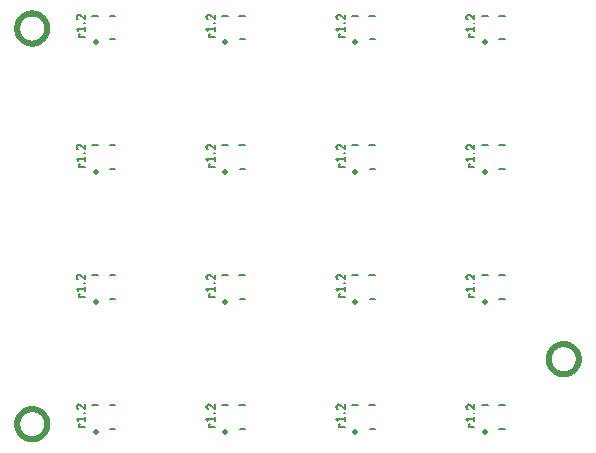
<source format=gbr>
G04 EAGLE Gerber RS-274X export*
G75*
%MOMM*%
%FSLAX34Y34*%
%LPD*%
%INSilkscreen Top*%
%IPPOS*%
%AMOC8*
5,1,8,0,0,1.08239X$1,22.5*%
G01*
%ADD10C,0.127000*%
%ADD11C,0.500000*%
%ADD12C,0.500000*%


D10*
X9413Y17729D02*
X4841Y17729D01*
X4841Y20015D01*
X5603Y20015D01*
X4079Y22650D02*
X2555Y24555D01*
X9413Y24555D01*
X9413Y22650D02*
X9413Y26460D01*
X9413Y29485D02*
X9032Y29485D01*
X9032Y29866D01*
X9413Y29866D01*
X9413Y29485D01*
X2555Y34986D02*
X2557Y35068D01*
X2563Y35149D01*
X2572Y35230D01*
X2586Y35311D01*
X2603Y35390D01*
X2624Y35469D01*
X2649Y35547D01*
X2678Y35623D01*
X2710Y35698D01*
X2746Y35772D01*
X2785Y35844D01*
X2827Y35913D01*
X2873Y35981D01*
X2922Y36046D01*
X2974Y36109D01*
X3029Y36169D01*
X3087Y36227D01*
X3147Y36282D01*
X3210Y36334D01*
X3275Y36383D01*
X3343Y36429D01*
X3412Y36471D01*
X3484Y36510D01*
X3558Y36546D01*
X3633Y36578D01*
X3709Y36607D01*
X3787Y36632D01*
X3866Y36653D01*
X3945Y36670D01*
X4026Y36684D01*
X4107Y36693D01*
X4188Y36699D01*
X4270Y36701D01*
X2555Y34986D02*
X2557Y34894D01*
X2563Y34802D01*
X2572Y34710D01*
X2586Y34618D01*
X2603Y34528D01*
X2624Y34438D01*
X2649Y34349D01*
X2678Y34261D01*
X2710Y34174D01*
X2746Y34089D01*
X2785Y34006D01*
X2828Y33924D01*
X2874Y33844D01*
X2924Y33766D01*
X2976Y33690D01*
X3032Y33617D01*
X3091Y33546D01*
X3153Y33477D01*
X3218Y33411D01*
X3285Y33348D01*
X3355Y33288D01*
X3427Y33230D01*
X3502Y33176D01*
X3579Y33125D01*
X3658Y33077D01*
X3739Y33033D01*
X3822Y32992D01*
X3906Y32954D01*
X3992Y32920D01*
X4079Y32890D01*
X5604Y36129D02*
X5545Y36188D01*
X5484Y36244D01*
X5421Y36297D01*
X5355Y36348D01*
X5287Y36395D01*
X5217Y36439D01*
X5145Y36480D01*
X5071Y36518D01*
X4996Y36552D01*
X4919Y36583D01*
X4841Y36610D01*
X4761Y36634D01*
X4681Y36655D01*
X4600Y36671D01*
X4518Y36684D01*
X4436Y36694D01*
X4353Y36699D01*
X4270Y36701D01*
X5603Y36129D02*
X9413Y32891D01*
X9413Y36701D01*
X114841Y17729D02*
X119413Y17729D01*
X114841Y17729D02*
X114841Y20015D01*
X115603Y20015D01*
X114079Y22650D02*
X112555Y24555D01*
X119413Y24555D01*
X119413Y22650D02*
X119413Y26460D01*
X119413Y29485D02*
X119032Y29485D01*
X119032Y29866D01*
X119413Y29866D01*
X119413Y29485D01*
X112555Y34986D02*
X112557Y35068D01*
X112563Y35149D01*
X112572Y35230D01*
X112586Y35311D01*
X112603Y35390D01*
X112624Y35469D01*
X112649Y35547D01*
X112678Y35623D01*
X112710Y35698D01*
X112746Y35772D01*
X112785Y35844D01*
X112827Y35913D01*
X112873Y35981D01*
X112922Y36046D01*
X112974Y36109D01*
X113029Y36169D01*
X113087Y36227D01*
X113147Y36282D01*
X113210Y36334D01*
X113275Y36383D01*
X113343Y36429D01*
X113413Y36471D01*
X113484Y36510D01*
X113558Y36546D01*
X113633Y36578D01*
X113709Y36607D01*
X113787Y36632D01*
X113866Y36653D01*
X113945Y36670D01*
X114026Y36684D01*
X114107Y36693D01*
X114188Y36699D01*
X114270Y36701D01*
X112555Y34986D02*
X112557Y34894D01*
X112563Y34802D01*
X112572Y34710D01*
X112586Y34618D01*
X112603Y34528D01*
X112624Y34438D01*
X112649Y34349D01*
X112678Y34261D01*
X112710Y34174D01*
X112746Y34089D01*
X112785Y34006D01*
X112828Y33924D01*
X112874Y33844D01*
X112924Y33766D01*
X112976Y33690D01*
X113032Y33617D01*
X113091Y33546D01*
X113153Y33477D01*
X113218Y33411D01*
X113285Y33348D01*
X113355Y33288D01*
X113427Y33230D01*
X113502Y33176D01*
X113579Y33125D01*
X113658Y33077D01*
X113739Y33033D01*
X113822Y32992D01*
X113906Y32954D01*
X113992Y32920D01*
X114079Y32890D01*
X115604Y36129D02*
X115545Y36188D01*
X115484Y36244D01*
X115421Y36297D01*
X115355Y36348D01*
X115287Y36395D01*
X115217Y36439D01*
X115145Y36480D01*
X115071Y36518D01*
X114996Y36552D01*
X114919Y36583D01*
X114841Y36610D01*
X114761Y36634D01*
X114681Y36655D01*
X114600Y36671D01*
X114518Y36684D01*
X114436Y36694D01*
X114353Y36699D01*
X114270Y36701D01*
X115603Y36129D02*
X119413Y32891D01*
X119413Y36701D01*
X224841Y17729D02*
X229413Y17729D01*
X224841Y17729D02*
X224841Y20015D01*
X225603Y20015D01*
X224079Y22650D02*
X222555Y24555D01*
X229413Y24555D01*
X229413Y22650D02*
X229413Y26460D01*
X229413Y29485D02*
X229032Y29485D01*
X229032Y29866D01*
X229413Y29866D01*
X229413Y29485D01*
X222555Y34986D02*
X222557Y35068D01*
X222563Y35149D01*
X222572Y35230D01*
X222586Y35311D01*
X222603Y35390D01*
X222624Y35469D01*
X222649Y35547D01*
X222678Y35623D01*
X222710Y35698D01*
X222746Y35772D01*
X222785Y35844D01*
X222827Y35913D01*
X222873Y35981D01*
X222922Y36046D01*
X222974Y36109D01*
X223029Y36169D01*
X223087Y36227D01*
X223147Y36282D01*
X223210Y36334D01*
X223275Y36383D01*
X223343Y36429D01*
X223413Y36471D01*
X223484Y36510D01*
X223558Y36546D01*
X223633Y36578D01*
X223709Y36607D01*
X223787Y36632D01*
X223866Y36653D01*
X223945Y36670D01*
X224026Y36684D01*
X224107Y36693D01*
X224188Y36699D01*
X224270Y36701D01*
X222555Y34986D02*
X222557Y34894D01*
X222563Y34802D01*
X222572Y34710D01*
X222586Y34618D01*
X222603Y34528D01*
X222624Y34438D01*
X222649Y34349D01*
X222678Y34261D01*
X222710Y34174D01*
X222746Y34089D01*
X222785Y34006D01*
X222828Y33924D01*
X222874Y33844D01*
X222924Y33766D01*
X222976Y33690D01*
X223032Y33617D01*
X223091Y33546D01*
X223153Y33477D01*
X223218Y33411D01*
X223285Y33348D01*
X223355Y33288D01*
X223427Y33230D01*
X223502Y33176D01*
X223579Y33125D01*
X223658Y33077D01*
X223739Y33033D01*
X223822Y32992D01*
X223906Y32954D01*
X223992Y32920D01*
X224079Y32890D01*
X225604Y36129D02*
X225545Y36188D01*
X225484Y36244D01*
X225421Y36297D01*
X225355Y36348D01*
X225287Y36395D01*
X225217Y36439D01*
X225145Y36480D01*
X225071Y36518D01*
X224996Y36552D01*
X224919Y36583D01*
X224841Y36610D01*
X224761Y36634D01*
X224681Y36655D01*
X224600Y36671D01*
X224518Y36684D01*
X224436Y36694D01*
X224353Y36699D01*
X224270Y36701D01*
X225603Y36129D02*
X229413Y32891D01*
X229413Y36701D01*
X334841Y17729D02*
X339413Y17729D01*
X334841Y17729D02*
X334841Y20015D01*
X335603Y20015D01*
X334079Y22650D02*
X332555Y24555D01*
X339413Y24555D01*
X339413Y22650D02*
X339413Y26460D01*
X339413Y29485D02*
X339032Y29485D01*
X339032Y29866D01*
X339413Y29866D01*
X339413Y29485D01*
X332555Y34986D02*
X332557Y35068D01*
X332563Y35149D01*
X332572Y35230D01*
X332586Y35311D01*
X332603Y35390D01*
X332624Y35469D01*
X332649Y35547D01*
X332678Y35623D01*
X332710Y35698D01*
X332746Y35772D01*
X332785Y35844D01*
X332827Y35913D01*
X332873Y35981D01*
X332922Y36046D01*
X332974Y36109D01*
X333029Y36169D01*
X333087Y36227D01*
X333147Y36282D01*
X333210Y36334D01*
X333275Y36383D01*
X333343Y36429D01*
X333413Y36471D01*
X333484Y36510D01*
X333558Y36546D01*
X333633Y36578D01*
X333709Y36607D01*
X333787Y36632D01*
X333866Y36653D01*
X333945Y36670D01*
X334026Y36684D01*
X334107Y36693D01*
X334188Y36699D01*
X334270Y36701D01*
X332555Y34986D02*
X332557Y34894D01*
X332563Y34802D01*
X332572Y34710D01*
X332586Y34618D01*
X332603Y34528D01*
X332624Y34438D01*
X332649Y34349D01*
X332678Y34261D01*
X332710Y34174D01*
X332746Y34089D01*
X332785Y34006D01*
X332828Y33924D01*
X332874Y33844D01*
X332924Y33766D01*
X332976Y33690D01*
X333032Y33617D01*
X333091Y33546D01*
X333153Y33477D01*
X333218Y33411D01*
X333285Y33348D01*
X333355Y33288D01*
X333427Y33230D01*
X333502Y33176D01*
X333579Y33125D01*
X333658Y33077D01*
X333739Y33033D01*
X333822Y32992D01*
X333906Y32954D01*
X333992Y32920D01*
X334079Y32890D01*
X335604Y36129D02*
X335545Y36188D01*
X335484Y36244D01*
X335421Y36297D01*
X335355Y36348D01*
X335287Y36395D01*
X335217Y36439D01*
X335145Y36480D01*
X335071Y36518D01*
X334996Y36552D01*
X334919Y36583D01*
X334841Y36610D01*
X334761Y36634D01*
X334681Y36655D01*
X334600Y36671D01*
X334518Y36684D01*
X334436Y36694D01*
X334353Y36699D01*
X334270Y36701D01*
X335603Y36129D02*
X339413Y32891D01*
X339413Y36701D01*
X9413Y127729D02*
X4841Y127729D01*
X4841Y130015D01*
X5603Y130015D01*
X4079Y132650D02*
X2555Y134555D01*
X9413Y134555D01*
X9413Y132650D02*
X9413Y136460D01*
X9413Y139485D02*
X9032Y139485D01*
X9032Y139866D01*
X9413Y139866D01*
X9413Y139485D01*
X2555Y144986D02*
X2557Y145068D01*
X2563Y145149D01*
X2572Y145230D01*
X2586Y145311D01*
X2603Y145390D01*
X2624Y145469D01*
X2649Y145547D01*
X2678Y145623D01*
X2710Y145698D01*
X2746Y145772D01*
X2785Y145844D01*
X2827Y145913D01*
X2873Y145981D01*
X2922Y146046D01*
X2974Y146109D01*
X3029Y146169D01*
X3087Y146227D01*
X3147Y146282D01*
X3210Y146334D01*
X3275Y146383D01*
X3343Y146429D01*
X3412Y146471D01*
X3484Y146510D01*
X3558Y146546D01*
X3633Y146578D01*
X3709Y146607D01*
X3787Y146632D01*
X3866Y146653D01*
X3945Y146670D01*
X4026Y146684D01*
X4107Y146693D01*
X4188Y146699D01*
X4270Y146701D01*
X2555Y144986D02*
X2557Y144894D01*
X2563Y144802D01*
X2572Y144710D01*
X2586Y144618D01*
X2603Y144528D01*
X2624Y144438D01*
X2649Y144349D01*
X2678Y144261D01*
X2710Y144174D01*
X2746Y144089D01*
X2785Y144006D01*
X2828Y143924D01*
X2874Y143844D01*
X2924Y143766D01*
X2976Y143690D01*
X3032Y143617D01*
X3091Y143546D01*
X3153Y143477D01*
X3218Y143411D01*
X3285Y143348D01*
X3355Y143288D01*
X3427Y143230D01*
X3502Y143176D01*
X3579Y143125D01*
X3658Y143077D01*
X3739Y143033D01*
X3822Y142992D01*
X3906Y142954D01*
X3992Y142920D01*
X4079Y142890D01*
X5604Y146129D02*
X5545Y146188D01*
X5484Y146244D01*
X5421Y146297D01*
X5355Y146348D01*
X5287Y146395D01*
X5217Y146439D01*
X5145Y146480D01*
X5071Y146518D01*
X4996Y146552D01*
X4919Y146583D01*
X4841Y146610D01*
X4761Y146634D01*
X4681Y146655D01*
X4600Y146671D01*
X4518Y146684D01*
X4436Y146694D01*
X4353Y146699D01*
X4270Y146701D01*
X5603Y146129D02*
X9413Y142891D01*
X9413Y146701D01*
X114841Y127729D02*
X119413Y127729D01*
X114841Y127729D02*
X114841Y130015D01*
X115603Y130015D01*
X114079Y132650D02*
X112555Y134555D01*
X119413Y134555D01*
X119413Y132650D02*
X119413Y136460D01*
X119413Y139485D02*
X119032Y139485D01*
X119032Y139866D01*
X119413Y139866D01*
X119413Y139485D01*
X112555Y144986D02*
X112557Y145068D01*
X112563Y145149D01*
X112572Y145230D01*
X112586Y145311D01*
X112603Y145390D01*
X112624Y145469D01*
X112649Y145547D01*
X112678Y145623D01*
X112710Y145698D01*
X112746Y145772D01*
X112785Y145844D01*
X112827Y145913D01*
X112873Y145981D01*
X112922Y146046D01*
X112974Y146109D01*
X113029Y146169D01*
X113087Y146227D01*
X113147Y146282D01*
X113210Y146334D01*
X113275Y146383D01*
X113343Y146429D01*
X113413Y146471D01*
X113484Y146510D01*
X113558Y146546D01*
X113633Y146578D01*
X113709Y146607D01*
X113787Y146632D01*
X113866Y146653D01*
X113945Y146670D01*
X114026Y146684D01*
X114107Y146693D01*
X114188Y146699D01*
X114270Y146701D01*
X112555Y144986D02*
X112557Y144894D01*
X112563Y144802D01*
X112572Y144710D01*
X112586Y144618D01*
X112603Y144528D01*
X112624Y144438D01*
X112649Y144349D01*
X112678Y144261D01*
X112710Y144174D01*
X112746Y144089D01*
X112785Y144006D01*
X112828Y143924D01*
X112874Y143844D01*
X112924Y143766D01*
X112976Y143690D01*
X113032Y143617D01*
X113091Y143546D01*
X113153Y143477D01*
X113218Y143411D01*
X113285Y143348D01*
X113355Y143288D01*
X113427Y143230D01*
X113502Y143176D01*
X113579Y143125D01*
X113658Y143077D01*
X113739Y143033D01*
X113822Y142992D01*
X113906Y142954D01*
X113992Y142920D01*
X114079Y142890D01*
X115604Y146129D02*
X115545Y146188D01*
X115484Y146244D01*
X115421Y146297D01*
X115355Y146348D01*
X115287Y146395D01*
X115217Y146439D01*
X115145Y146480D01*
X115071Y146518D01*
X114996Y146552D01*
X114919Y146583D01*
X114841Y146610D01*
X114761Y146634D01*
X114681Y146655D01*
X114600Y146671D01*
X114518Y146684D01*
X114436Y146694D01*
X114353Y146699D01*
X114270Y146701D01*
X115603Y146129D02*
X119413Y142891D01*
X119413Y146701D01*
X224841Y127729D02*
X229413Y127729D01*
X224841Y127729D02*
X224841Y130015D01*
X225603Y130015D01*
X224079Y132650D02*
X222555Y134555D01*
X229413Y134555D01*
X229413Y132650D02*
X229413Y136460D01*
X229413Y139485D02*
X229032Y139485D01*
X229032Y139866D01*
X229413Y139866D01*
X229413Y139485D01*
X222555Y144986D02*
X222557Y145068D01*
X222563Y145149D01*
X222572Y145230D01*
X222586Y145311D01*
X222603Y145390D01*
X222624Y145469D01*
X222649Y145547D01*
X222678Y145623D01*
X222710Y145698D01*
X222746Y145772D01*
X222785Y145844D01*
X222827Y145913D01*
X222873Y145981D01*
X222922Y146046D01*
X222974Y146109D01*
X223029Y146169D01*
X223087Y146227D01*
X223147Y146282D01*
X223210Y146334D01*
X223275Y146383D01*
X223343Y146429D01*
X223413Y146471D01*
X223484Y146510D01*
X223558Y146546D01*
X223633Y146578D01*
X223709Y146607D01*
X223787Y146632D01*
X223866Y146653D01*
X223945Y146670D01*
X224026Y146684D01*
X224107Y146693D01*
X224188Y146699D01*
X224270Y146701D01*
X222555Y144986D02*
X222557Y144894D01*
X222563Y144802D01*
X222572Y144710D01*
X222586Y144618D01*
X222603Y144528D01*
X222624Y144438D01*
X222649Y144349D01*
X222678Y144261D01*
X222710Y144174D01*
X222746Y144089D01*
X222785Y144006D01*
X222828Y143924D01*
X222874Y143844D01*
X222924Y143766D01*
X222976Y143690D01*
X223032Y143617D01*
X223091Y143546D01*
X223153Y143477D01*
X223218Y143411D01*
X223285Y143348D01*
X223355Y143288D01*
X223427Y143230D01*
X223502Y143176D01*
X223579Y143125D01*
X223658Y143077D01*
X223739Y143033D01*
X223822Y142992D01*
X223906Y142954D01*
X223992Y142920D01*
X224079Y142890D01*
X225604Y146129D02*
X225545Y146188D01*
X225484Y146244D01*
X225421Y146297D01*
X225355Y146348D01*
X225287Y146395D01*
X225217Y146439D01*
X225145Y146480D01*
X225071Y146518D01*
X224996Y146552D01*
X224919Y146583D01*
X224841Y146610D01*
X224761Y146634D01*
X224681Y146655D01*
X224600Y146671D01*
X224518Y146684D01*
X224436Y146694D01*
X224353Y146699D01*
X224270Y146701D01*
X225603Y146129D02*
X229413Y142891D01*
X229413Y146701D01*
X334841Y127729D02*
X339413Y127729D01*
X334841Y127729D02*
X334841Y130015D01*
X335603Y130015D01*
X334079Y132650D02*
X332555Y134555D01*
X339413Y134555D01*
X339413Y132650D02*
X339413Y136460D01*
X339413Y139485D02*
X339032Y139485D01*
X339032Y139866D01*
X339413Y139866D01*
X339413Y139485D01*
X332555Y144986D02*
X332557Y145068D01*
X332563Y145149D01*
X332572Y145230D01*
X332586Y145311D01*
X332603Y145390D01*
X332624Y145469D01*
X332649Y145547D01*
X332678Y145623D01*
X332710Y145698D01*
X332746Y145772D01*
X332785Y145844D01*
X332827Y145913D01*
X332873Y145981D01*
X332922Y146046D01*
X332974Y146109D01*
X333029Y146169D01*
X333087Y146227D01*
X333147Y146282D01*
X333210Y146334D01*
X333275Y146383D01*
X333343Y146429D01*
X333413Y146471D01*
X333484Y146510D01*
X333558Y146546D01*
X333633Y146578D01*
X333709Y146607D01*
X333787Y146632D01*
X333866Y146653D01*
X333945Y146670D01*
X334026Y146684D01*
X334107Y146693D01*
X334188Y146699D01*
X334270Y146701D01*
X332555Y144986D02*
X332557Y144894D01*
X332563Y144802D01*
X332572Y144710D01*
X332586Y144618D01*
X332603Y144528D01*
X332624Y144438D01*
X332649Y144349D01*
X332678Y144261D01*
X332710Y144174D01*
X332746Y144089D01*
X332785Y144006D01*
X332828Y143924D01*
X332874Y143844D01*
X332924Y143766D01*
X332976Y143690D01*
X333032Y143617D01*
X333091Y143546D01*
X333153Y143477D01*
X333218Y143411D01*
X333285Y143348D01*
X333355Y143288D01*
X333427Y143230D01*
X333502Y143176D01*
X333579Y143125D01*
X333658Y143077D01*
X333739Y143033D01*
X333822Y142992D01*
X333906Y142954D01*
X333992Y142920D01*
X334079Y142890D01*
X335604Y146129D02*
X335545Y146188D01*
X335484Y146244D01*
X335421Y146297D01*
X335355Y146348D01*
X335287Y146395D01*
X335217Y146439D01*
X335145Y146480D01*
X335071Y146518D01*
X334996Y146552D01*
X334919Y146583D01*
X334841Y146610D01*
X334761Y146634D01*
X334681Y146655D01*
X334600Y146671D01*
X334518Y146684D01*
X334436Y146694D01*
X334353Y146699D01*
X334270Y146701D01*
X335603Y146129D02*
X339413Y142891D01*
X339413Y146701D01*
X9413Y237729D02*
X4841Y237729D01*
X4841Y240015D01*
X5603Y240015D01*
X4079Y242650D02*
X2555Y244555D01*
X9413Y244555D01*
X9413Y242650D02*
X9413Y246460D01*
X9413Y249485D02*
X9032Y249485D01*
X9032Y249866D01*
X9413Y249866D01*
X9413Y249485D01*
X2555Y254986D02*
X2557Y255068D01*
X2563Y255149D01*
X2572Y255230D01*
X2586Y255311D01*
X2603Y255390D01*
X2624Y255469D01*
X2649Y255547D01*
X2678Y255623D01*
X2710Y255698D01*
X2746Y255772D01*
X2785Y255844D01*
X2827Y255913D01*
X2873Y255981D01*
X2922Y256046D01*
X2974Y256109D01*
X3029Y256169D01*
X3087Y256227D01*
X3147Y256282D01*
X3210Y256334D01*
X3275Y256383D01*
X3343Y256429D01*
X3412Y256471D01*
X3484Y256510D01*
X3558Y256546D01*
X3633Y256578D01*
X3709Y256607D01*
X3787Y256632D01*
X3866Y256653D01*
X3945Y256670D01*
X4026Y256684D01*
X4107Y256693D01*
X4188Y256699D01*
X4270Y256701D01*
X2555Y254986D02*
X2557Y254894D01*
X2563Y254802D01*
X2572Y254710D01*
X2586Y254618D01*
X2603Y254528D01*
X2624Y254438D01*
X2649Y254349D01*
X2678Y254261D01*
X2710Y254174D01*
X2746Y254089D01*
X2785Y254006D01*
X2828Y253924D01*
X2874Y253844D01*
X2924Y253766D01*
X2976Y253690D01*
X3032Y253617D01*
X3091Y253546D01*
X3153Y253477D01*
X3218Y253411D01*
X3285Y253348D01*
X3355Y253288D01*
X3427Y253230D01*
X3502Y253176D01*
X3579Y253125D01*
X3658Y253077D01*
X3739Y253033D01*
X3822Y252992D01*
X3906Y252954D01*
X3992Y252920D01*
X4079Y252890D01*
X5604Y256129D02*
X5545Y256188D01*
X5484Y256244D01*
X5421Y256297D01*
X5355Y256348D01*
X5287Y256395D01*
X5217Y256439D01*
X5145Y256480D01*
X5071Y256518D01*
X4996Y256552D01*
X4919Y256583D01*
X4841Y256610D01*
X4761Y256634D01*
X4681Y256655D01*
X4600Y256671D01*
X4518Y256684D01*
X4436Y256694D01*
X4353Y256699D01*
X4270Y256701D01*
X5603Y256129D02*
X9413Y252891D01*
X9413Y256701D01*
X114841Y237729D02*
X119413Y237729D01*
X114841Y237729D02*
X114841Y240015D01*
X115603Y240015D01*
X114079Y242650D02*
X112555Y244555D01*
X119413Y244555D01*
X119413Y242650D02*
X119413Y246460D01*
X119413Y249485D02*
X119032Y249485D01*
X119032Y249866D01*
X119413Y249866D01*
X119413Y249485D01*
X112555Y254986D02*
X112557Y255068D01*
X112563Y255149D01*
X112572Y255230D01*
X112586Y255311D01*
X112603Y255390D01*
X112624Y255469D01*
X112649Y255547D01*
X112678Y255623D01*
X112710Y255698D01*
X112746Y255772D01*
X112785Y255844D01*
X112827Y255913D01*
X112873Y255981D01*
X112922Y256046D01*
X112974Y256109D01*
X113029Y256169D01*
X113087Y256227D01*
X113147Y256282D01*
X113210Y256334D01*
X113275Y256383D01*
X113343Y256429D01*
X113413Y256471D01*
X113484Y256510D01*
X113558Y256546D01*
X113633Y256578D01*
X113709Y256607D01*
X113787Y256632D01*
X113866Y256653D01*
X113945Y256670D01*
X114026Y256684D01*
X114107Y256693D01*
X114188Y256699D01*
X114270Y256701D01*
X112555Y254986D02*
X112557Y254894D01*
X112563Y254802D01*
X112572Y254710D01*
X112586Y254618D01*
X112603Y254528D01*
X112624Y254438D01*
X112649Y254349D01*
X112678Y254261D01*
X112710Y254174D01*
X112746Y254089D01*
X112785Y254006D01*
X112828Y253924D01*
X112874Y253844D01*
X112924Y253766D01*
X112976Y253690D01*
X113032Y253617D01*
X113091Y253546D01*
X113153Y253477D01*
X113218Y253411D01*
X113285Y253348D01*
X113355Y253288D01*
X113427Y253230D01*
X113502Y253176D01*
X113579Y253125D01*
X113658Y253077D01*
X113739Y253033D01*
X113822Y252992D01*
X113906Y252954D01*
X113992Y252920D01*
X114079Y252890D01*
X115604Y256129D02*
X115545Y256188D01*
X115484Y256244D01*
X115421Y256297D01*
X115355Y256348D01*
X115287Y256395D01*
X115217Y256439D01*
X115145Y256480D01*
X115071Y256518D01*
X114996Y256552D01*
X114919Y256583D01*
X114841Y256610D01*
X114761Y256634D01*
X114681Y256655D01*
X114600Y256671D01*
X114518Y256684D01*
X114436Y256694D01*
X114353Y256699D01*
X114270Y256701D01*
X115603Y256129D02*
X119413Y252891D01*
X119413Y256701D01*
X224841Y237729D02*
X229413Y237729D01*
X224841Y237729D02*
X224841Y240015D01*
X225603Y240015D01*
X224079Y242650D02*
X222555Y244555D01*
X229413Y244555D01*
X229413Y242650D02*
X229413Y246460D01*
X229413Y249485D02*
X229032Y249485D01*
X229032Y249866D01*
X229413Y249866D01*
X229413Y249485D01*
X222555Y254986D02*
X222557Y255068D01*
X222563Y255149D01*
X222572Y255230D01*
X222586Y255311D01*
X222603Y255390D01*
X222624Y255469D01*
X222649Y255547D01*
X222678Y255623D01*
X222710Y255698D01*
X222746Y255772D01*
X222785Y255844D01*
X222827Y255913D01*
X222873Y255981D01*
X222922Y256046D01*
X222974Y256109D01*
X223029Y256169D01*
X223087Y256227D01*
X223147Y256282D01*
X223210Y256334D01*
X223275Y256383D01*
X223343Y256429D01*
X223413Y256471D01*
X223484Y256510D01*
X223558Y256546D01*
X223633Y256578D01*
X223709Y256607D01*
X223787Y256632D01*
X223866Y256653D01*
X223945Y256670D01*
X224026Y256684D01*
X224107Y256693D01*
X224188Y256699D01*
X224270Y256701D01*
X222555Y254986D02*
X222557Y254894D01*
X222563Y254802D01*
X222572Y254710D01*
X222586Y254618D01*
X222603Y254528D01*
X222624Y254438D01*
X222649Y254349D01*
X222678Y254261D01*
X222710Y254174D01*
X222746Y254089D01*
X222785Y254006D01*
X222828Y253924D01*
X222874Y253844D01*
X222924Y253766D01*
X222976Y253690D01*
X223032Y253617D01*
X223091Y253546D01*
X223153Y253477D01*
X223218Y253411D01*
X223285Y253348D01*
X223355Y253288D01*
X223427Y253230D01*
X223502Y253176D01*
X223579Y253125D01*
X223658Y253077D01*
X223739Y253033D01*
X223822Y252992D01*
X223906Y252954D01*
X223992Y252920D01*
X224079Y252890D01*
X225604Y256129D02*
X225545Y256188D01*
X225484Y256244D01*
X225421Y256297D01*
X225355Y256348D01*
X225287Y256395D01*
X225217Y256439D01*
X225145Y256480D01*
X225071Y256518D01*
X224996Y256552D01*
X224919Y256583D01*
X224841Y256610D01*
X224761Y256634D01*
X224681Y256655D01*
X224600Y256671D01*
X224518Y256684D01*
X224436Y256694D01*
X224353Y256699D01*
X224270Y256701D01*
X225603Y256129D02*
X229413Y252891D01*
X229413Y256701D01*
X334841Y237729D02*
X339413Y237729D01*
X334841Y237729D02*
X334841Y240015D01*
X335603Y240015D01*
X334079Y242650D02*
X332555Y244555D01*
X339413Y244555D01*
X339413Y242650D02*
X339413Y246460D01*
X339413Y249485D02*
X339032Y249485D01*
X339032Y249866D01*
X339413Y249866D01*
X339413Y249485D01*
X332555Y254986D02*
X332557Y255068D01*
X332563Y255149D01*
X332572Y255230D01*
X332586Y255311D01*
X332603Y255390D01*
X332624Y255469D01*
X332649Y255547D01*
X332678Y255623D01*
X332710Y255698D01*
X332746Y255772D01*
X332785Y255844D01*
X332827Y255913D01*
X332873Y255981D01*
X332922Y256046D01*
X332974Y256109D01*
X333029Y256169D01*
X333087Y256227D01*
X333147Y256282D01*
X333210Y256334D01*
X333275Y256383D01*
X333343Y256429D01*
X333413Y256471D01*
X333484Y256510D01*
X333558Y256546D01*
X333633Y256578D01*
X333709Y256607D01*
X333787Y256632D01*
X333866Y256653D01*
X333945Y256670D01*
X334026Y256684D01*
X334107Y256693D01*
X334188Y256699D01*
X334270Y256701D01*
X332555Y254986D02*
X332557Y254894D01*
X332563Y254802D01*
X332572Y254710D01*
X332586Y254618D01*
X332603Y254528D01*
X332624Y254438D01*
X332649Y254349D01*
X332678Y254261D01*
X332710Y254174D01*
X332746Y254089D01*
X332785Y254006D01*
X332828Y253924D01*
X332874Y253844D01*
X332924Y253766D01*
X332976Y253690D01*
X333032Y253617D01*
X333091Y253546D01*
X333153Y253477D01*
X333218Y253411D01*
X333285Y253348D01*
X333355Y253288D01*
X333427Y253230D01*
X333502Y253176D01*
X333579Y253125D01*
X333658Y253077D01*
X333739Y253033D01*
X333822Y252992D01*
X333906Y252954D01*
X333992Y252920D01*
X334079Y252890D01*
X335604Y256129D02*
X335545Y256188D01*
X335484Y256244D01*
X335421Y256297D01*
X335355Y256348D01*
X335287Y256395D01*
X335217Y256439D01*
X335145Y256480D01*
X335071Y256518D01*
X334996Y256552D01*
X334919Y256583D01*
X334841Y256610D01*
X334761Y256634D01*
X334681Y256655D01*
X334600Y256671D01*
X334518Y256684D01*
X334436Y256694D01*
X334353Y256699D01*
X334270Y256701D01*
X335603Y256129D02*
X339413Y252891D01*
X339413Y256701D01*
X9413Y347729D02*
X4841Y347729D01*
X4841Y350015D01*
X5603Y350015D01*
X4079Y352650D02*
X2555Y354555D01*
X9413Y354555D01*
X9413Y352650D02*
X9413Y356460D01*
X9413Y359485D02*
X9032Y359485D01*
X9032Y359866D01*
X9413Y359866D01*
X9413Y359485D01*
X2555Y364986D02*
X2557Y365068D01*
X2563Y365149D01*
X2572Y365230D01*
X2586Y365311D01*
X2603Y365390D01*
X2624Y365469D01*
X2649Y365547D01*
X2678Y365623D01*
X2710Y365698D01*
X2746Y365772D01*
X2785Y365844D01*
X2827Y365913D01*
X2873Y365981D01*
X2922Y366046D01*
X2974Y366109D01*
X3029Y366169D01*
X3087Y366227D01*
X3147Y366282D01*
X3210Y366334D01*
X3275Y366383D01*
X3343Y366429D01*
X3412Y366471D01*
X3484Y366510D01*
X3558Y366546D01*
X3633Y366578D01*
X3709Y366607D01*
X3787Y366632D01*
X3866Y366653D01*
X3945Y366670D01*
X4026Y366684D01*
X4107Y366693D01*
X4188Y366699D01*
X4270Y366701D01*
X2555Y364986D02*
X2557Y364894D01*
X2563Y364802D01*
X2572Y364710D01*
X2586Y364618D01*
X2603Y364528D01*
X2624Y364438D01*
X2649Y364349D01*
X2678Y364261D01*
X2710Y364174D01*
X2746Y364089D01*
X2785Y364006D01*
X2828Y363924D01*
X2874Y363844D01*
X2924Y363766D01*
X2976Y363690D01*
X3032Y363617D01*
X3091Y363546D01*
X3153Y363477D01*
X3218Y363411D01*
X3285Y363348D01*
X3355Y363288D01*
X3427Y363230D01*
X3502Y363176D01*
X3579Y363125D01*
X3658Y363077D01*
X3739Y363033D01*
X3822Y362992D01*
X3906Y362954D01*
X3992Y362920D01*
X4079Y362890D01*
X5604Y366129D02*
X5545Y366188D01*
X5484Y366244D01*
X5421Y366297D01*
X5355Y366348D01*
X5287Y366395D01*
X5217Y366439D01*
X5145Y366480D01*
X5071Y366518D01*
X4996Y366552D01*
X4919Y366583D01*
X4841Y366610D01*
X4761Y366634D01*
X4681Y366655D01*
X4600Y366671D01*
X4518Y366684D01*
X4436Y366694D01*
X4353Y366699D01*
X4270Y366701D01*
X5603Y366129D02*
X9413Y362891D01*
X9413Y366701D01*
X114841Y347729D02*
X119413Y347729D01*
X114841Y347729D02*
X114841Y350015D01*
X115603Y350015D01*
X114079Y352650D02*
X112555Y354555D01*
X119413Y354555D01*
X119413Y352650D02*
X119413Y356460D01*
X119413Y359485D02*
X119032Y359485D01*
X119032Y359866D01*
X119413Y359866D01*
X119413Y359485D01*
X112555Y364986D02*
X112557Y365068D01*
X112563Y365149D01*
X112572Y365230D01*
X112586Y365311D01*
X112603Y365390D01*
X112624Y365469D01*
X112649Y365547D01*
X112678Y365623D01*
X112710Y365698D01*
X112746Y365772D01*
X112785Y365844D01*
X112827Y365913D01*
X112873Y365981D01*
X112922Y366046D01*
X112974Y366109D01*
X113029Y366169D01*
X113087Y366227D01*
X113147Y366282D01*
X113210Y366334D01*
X113275Y366383D01*
X113343Y366429D01*
X113413Y366471D01*
X113484Y366510D01*
X113558Y366546D01*
X113633Y366578D01*
X113709Y366607D01*
X113787Y366632D01*
X113866Y366653D01*
X113945Y366670D01*
X114026Y366684D01*
X114107Y366693D01*
X114188Y366699D01*
X114270Y366701D01*
X112555Y364986D02*
X112557Y364894D01*
X112563Y364802D01*
X112572Y364710D01*
X112586Y364618D01*
X112603Y364528D01*
X112624Y364438D01*
X112649Y364349D01*
X112678Y364261D01*
X112710Y364174D01*
X112746Y364089D01*
X112785Y364006D01*
X112828Y363924D01*
X112874Y363844D01*
X112924Y363766D01*
X112976Y363690D01*
X113032Y363617D01*
X113091Y363546D01*
X113153Y363477D01*
X113218Y363411D01*
X113285Y363348D01*
X113355Y363288D01*
X113427Y363230D01*
X113502Y363176D01*
X113579Y363125D01*
X113658Y363077D01*
X113739Y363033D01*
X113822Y362992D01*
X113906Y362954D01*
X113992Y362920D01*
X114079Y362890D01*
X115604Y366129D02*
X115545Y366188D01*
X115484Y366244D01*
X115421Y366297D01*
X115355Y366348D01*
X115287Y366395D01*
X115217Y366439D01*
X115145Y366480D01*
X115071Y366518D01*
X114996Y366552D01*
X114919Y366583D01*
X114841Y366610D01*
X114761Y366634D01*
X114681Y366655D01*
X114600Y366671D01*
X114518Y366684D01*
X114436Y366694D01*
X114353Y366699D01*
X114270Y366701D01*
X115603Y366129D02*
X119413Y362891D01*
X119413Y366701D01*
X224841Y347729D02*
X229413Y347729D01*
X224841Y347729D02*
X224841Y350015D01*
X225603Y350015D01*
X224079Y352650D02*
X222555Y354555D01*
X229413Y354555D01*
X229413Y352650D02*
X229413Y356460D01*
X229413Y359485D02*
X229032Y359485D01*
X229032Y359866D01*
X229413Y359866D01*
X229413Y359485D01*
X222555Y364986D02*
X222557Y365068D01*
X222563Y365149D01*
X222572Y365230D01*
X222586Y365311D01*
X222603Y365390D01*
X222624Y365469D01*
X222649Y365547D01*
X222678Y365623D01*
X222710Y365698D01*
X222746Y365772D01*
X222785Y365844D01*
X222827Y365913D01*
X222873Y365981D01*
X222922Y366046D01*
X222974Y366109D01*
X223029Y366169D01*
X223087Y366227D01*
X223147Y366282D01*
X223210Y366334D01*
X223275Y366383D01*
X223343Y366429D01*
X223413Y366471D01*
X223484Y366510D01*
X223558Y366546D01*
X223633Y366578D01*
X223709Y366607D01*
X223787Y366632D01*
X223866Y366653D01*
X223945Y366670D01*
X224026Y366684D01*
X224107Y366693D01*
X224188Y366699D01*
X224270Y366701D01*
X222555Y364986D02*
X222557Y364894D01*
X222563Y364802D01*
X222572Y364710D01*
X222586Y364618D01*
X222603Y364528D01*
X222624Y364438D01*
X222649Y364349D01*
X222678Y364261D01*
X222710Y364174D01*
X222746Y364089D01*
X222785Y364006D01*
X222828Y363924D01*
X222874Y363844D01*
X222924Y363766D01*
X222976Y363690D01*
X223032Y363617D01*
X223091Y363546D01*
X223153Y363477D01*
X223218Y363411D01*
X223285Y363348D01*
X223355Y363288D01*
X223427Y363230D01*
X223502Y363176D01*
X223579Y363125D01*
X223658Y363077D01*
X223739Y363033D01*
X223822Y362992D01*
X223906Y362954D01*
X223992Y362920D01*
X224079Y362890D01*
X225604Y366129D02*
X225545Y366188D01*
X225484Y366244D01*
X225421Y366297D01*
X225355Y366348D01*
X225287Y366395D01*
X225217Y366439D01*
X225145Y366480D01*
X225071Y366518D01*
X224996Y366552D01*
X224919Y366583D01*
X224841Y366610D01*
X224761Y366634D01*
X224681Y366655D01*
X224600Y366671D01*
X224518Y366684D01*
X224436Y366694D01*
X224353Y366699D01*
X224270Y366701D01*
X225603Y366129D02*
X229413Y362891D01*
X229413Y366701D01*
X334841Y347729D02*
X339413Y347729D01*
X334841Y347729D02*
X334841Y350015D01*
X335603Y350015D01*
X334079Y352650D02*
X332555Y354555D01*
X339413Y354555D01*
X339413Y352650D02*
X339413Y356460D01*
X339413Y359485D02*
X339032Y359485D01*
X339032Y359866D01*
X339413Y359866D01*
X339413Y359485D01*
X332555Y364986D02*
X332557Y365068D01*
X332563Y365149D01*
X332572Y365230D01*
X332586Y365311D01*
X332603Y365390D01*
X332624Y365469D01*
X332649Y365547D01*
X332678Y365623D01*
X332710Y365698D01*
X332746Y365772D01*
X332785Y365844D01*
X332827Y365913D01*
X332873Y365981D01*
X332922Y366046D01*
X332974Y366109D01*
X333029Y366169D01*
X333087Y366227D01*
X333147Y366282D01*
X333210Y366334D01*
X333275Y366383D01*
X333343Y366429D01*
X333413Y366471D01*
X333484Y366510D01*
X333558Y366546D01*
X333633Y366578D01*
X333709Y366607D01*
X333787Y366632D01*
X333866Y366653D01*
X333945Y366670D01*
X334026Y366684D01*
X334107Y366693D01*
X334188Y366699D01*
X334270Y366701D01*
X332555Y364986D02*
X332557Y364894D01*
X332563Y364802D01*
X332572Y364710D01*
X332586Y364618D01*
X332603Y364528D01*
X332624Y364438D01*
X332649Y364349D01*
X332678Y364261D01*
X332710Y364174D01*
X332746Y364089D01*
X332785Y364006D01*
X332828Y363924D01*
X332874Y363844D01*
X332924Y363766D01*
X332976Y363690D01*
X333032Y363617D01*
X333091Y363546D01*
X333153Y363477D01*
X333218Y363411D01*
X333285Y363348D01*
X333355Y363288D01*
X333427Y363230D01*
X333502Y363176D01*
X333579Y363125D01*
X333658Y363077D01*
X333739Y363033D01*
X333822Y362992D01*
X333906Y362954D01*
X333992Y362920D01*
X334079Y362890D01*
X335604Y366129D02*
X335545Y366188D01*
X335484Y366244D01*
X335421Y366297D01*
X335355Y366348D01*
X335287Y366395D01*
X335217Y366439D01*
X335145Y366480D01*
X335071Y366518D01*
X334996Y366552D01*
X334919Y366583D01*
X334841Y366610D01*
X334761Y366634D01*
X334681Y366655D01*
X334600Y366671D01*
X334518Y366684D01*
X334436Y366694D01*
X334353Y366699D01*
X334270Y366701D01*
X335603Y366129D02*
X339413Y362891D01*
X339413Y366701D01*
D11*
X18627Y13365D03*
D10*
X20500Y36000D02*
X15500Y36000D01*
X30500Y36000D02*
X35500Y36000D01*
X35500Y16000D02*
X30600Y16000D01*
D11*
X128627Y13365D03*
D10*
X130500Y36000D02*
X125500Y36000D01*
X140500Y36000D02*
X145500Y36000D01*
X145500Y16000D02*
X140600Y16000D01*
D11*
X238627Y13365D03*
D10*
X240500Y36000D02*
X235500Y36000D01*
X250500Y36000D02*
X255500Y36000D01*
X255500Y16000D02*
X250600Y16000D01*
D11*
X348627Y13365D03*
D10*
X350500Y36000D02*
X345500Y36000D01*
X360500Y36000D02*
X365500Y36000D01*
X365500Y16000D02*
X360600Y16000D01*
D11*
X18627Y123365D03*
D10*
X20500Y146000D02*
X15500Y146000D01*
X30500Y146000D02*
X35500Y146000D01*
X35500Y126000D02*
X30600Y126000D01*
D11*
X128627Y123365D03*
D10*
X130500Y146000D02*
X125500Y146000D01*
X140500Y146000D02*
X145500Y146000D01*
X145500Y126000D02*
X140600Y126000D01*
D11*
X238627Y123365D03*
D10*
X240500Y146000D02*
X235500Y146000D01*
X250500Y146000D02*
X255500Y146000D01*
X255500Y126000D02*
X250600Y126000D01*
D11*
X348627Y123365D03*
D10*
X350500Y146000D02*
X345500Y146000D01*
X360500Y146000D02*
X365500Y146000D01*
X365500Y126000D02*
X360600Y126000D01*
D11*
X18627Y233365D03*
D10*
X20500Y256000D02*
X15500Y256000D01*
X30500Y256000D02*
X35500Y256000D01*
X35500Y236000D02*
X30600Y236000D01*
D11*
X128627Y233365D03*
D10*
X130500Y256000D02*
X125500Y256000D01*
X140500Y256000D02*
X145500Y256000D01*
X145500Y236000D02*
X140600Y236000D01*
D11*
X238627Y233365D03*
D10*
X240500Y256000D02*
X235500Y256000D01*
X250500Y256000D02*
X255500Y256000D01*
X255500Y236000D02*
X250600Y236000D01*
D11*
X348627Y233365D03*
D10*
X350500Y256000D02*
X345500Y256000D01*
X360500Y256000D02*
X365500Y256000D01*
X365500Y236000D02*
X360600Y236000D01*
D11*
X18627Y343365D03*
D10*
X20500Y366000D02*
X15500Y366000D01*
X30500Y366000D02*
X35500Y366000D01*
X35500Y346000D02*
X30600Y346000D01*
D11*
X128627Y343365D03*
D10*
X130500Y366000D02*
X125500Y366000D01*
X140500Y366000D02*
X145500Y366000D01*
X145500Y346000D02*
X140600Y346000D01*
D11*
X238627Y343365D03*
D10*
X240500Y366000D02*
X235500Y366000D01*
X250500Y366000D02*
X255500Y366000D01*
X255500Y346000D02*
X250600Y346000D01*
D11*
X348627Y343365D03*
D10*
X350500Y366000D02*
X345500Y366000D01*
X360500Y366000D02*
X365500Y366000D01*
X365500Y346000D02*
X360600Y346000D01*
D12*
X-47748Y20000D02*
X-47744Y20313D01*
X-47733Y20626D01*
X-47713Y20938D01*
X-47687Y21250D01*
X-47652Y21560D01*
X-47610Y21871D01*
X-47560Y22179D01*
X-47503Y22487D01*
X-47438Y22793D01*
X-47366Y23098D01*
X-47286Y23400D01*
X-47199Y23701D01*
X-47105Y23999D01*
X-47003Y24295D01*
X-46894Y24588D01*
X-46778Y24878D01*
X-46654Y25166D01*
X-46524Y25450D01*
X-46387Y25732D01*
X-46243Y26009D01*
X-46092Y26283D01*
X-45934Y26554D01*
X-45770Y26820D01*
X-45600Y27082D01*
X-45423Y27340D01*
X-45239Y27594D01*
X-45050Y27843D01*
X-44854Y28087D01*
X-44653Y28327D01*
X-44446Y28561D01*
X-44233Y28790D01*
X-44014Y29014D01*
X-43790Y29233D01*
X-43561Y29446D01*
X-43327Y29653D01*
X-43087Y29854D01*
X-42843Y30050D01*
X-42594Y30239D01*
X-42340Y30423D01*
X-42082Y30600D01*
X-41820Y30770D01*
X-41554Y30934D01*
X-41283Y31092D01*
X-41009Y31243D01*
X-40732Y31387D01*
X-40450Y31524D01*
X-40166Y31654D01*
X-39878Y31778D01*
X-39588Y31894D01*
X-39295Y32003D01*
X-38999Y32105D01*
X-38701Y32199D01*
X-38400Y32286D01*
X-38098Y32366D01*
X-37793Y32438D01*
X-37487Y32503D01*
X-37179Y32560D01*
X-36871Y32610D01*
X-36560Y32652D01*
X-36250Y32687D01*
X-35938Y32713D01*
X-35626Y32733D01*
X-35313Y32744D01*
X-35000Y32748D01*
X-34687Y32744D01*
X-34374Y32733D01*
X-34062Y32713D01*
X-33750Y32687D01*
X-33440Y32652D01*
X-33129Y32610D01*
X-32821Y32560D01*
X-32513Y32503D01*
X-32207Y32438D01*
X-31902Y32366D01*
X-31600Y32286D01*
X-31299Y32199D01*
X-31001Y32105D01*
X-30705Y32003D01*
X-30412Y31894D01*
X-30122Y31778D01*
X-29834Y31654D01*
X-29550Y31524D01*
X-29268Y31387D01*
X-28991Y31243D01*
X-28717Y31092D01*
X-28446Y30934D01*
X-28180Y30770D01*
X-27918Y30600D01*
X-27660Y30423D01*
X-27406Y30239D01*
X-27157Y30050D01*
X-26913Y29854D01*
X-26673Y29653D01*
X-26439Y29446D01*
X-26210Y29233D01*
X-25986Y29014D01*
X-25767Y28790D01*
X-25554Y28561D01*
X-25347Y28327D01*
X-25146Y28087D01*
X-24950Y27843D01*
X-24761Y27594D01*
X-24577Y27340D01*
X-24400Y27082D01*
X-24230Y26820D01*
X-24066Y26554D01*
X-23908Y26283D01*
X-23757Y26009D01*
X-23613Y25732D01*
X-23476Y25450D01*
X-23346Y25166D01*
X-23222Y24878D01*
X-23106Y24588D01*
X-22997Y24295D01*
X-22895Y23999D01*
X-22801Y23701D01*
X-22714Y23400D01*
X-22634Y23098D01*
X-22562Y22793D01*
X-22497Y22487D01*
X-22440Y22179D01*
X-22390Y21871D01*
X-22348Y21560D01*
X-22313Y21250D01*
X-22287Y20938D01*
X-22267Y20626D01*
X-22256Y20313D01*
X-22252Y20000D01*
X-22256Y19687D01*
X-22267Y19374D01*
X-22287Y19062D01*
X-22313Y18750D01*
X-22348Y18440D01*
X-22390Y18129D01*
X-22440Y17821D01*
X-22497Y17513D01*
X-22562Y17207D01*
X-22634Y16902D01*
X-22714Y16600D01*
X-22801Y16299D01*
X-22895Y16001D01*
X-22997Y15705D01*
X-23106Y15412D01*
X-23222Y15122D01*
X-23346Y14834D01*
X-23476Y14550D01*
X-23613Y14268D01*
X-23757Y13991D01*
X-23908Y13717D01*
X-24066Y13446D01*
X-24230Y13180D01*
X-24400Y12918D01*
X-24577Y12660D01*
X-24761Y12406D01*
X-24950Y12157D01*
X-25146Y11913D01*
X-25347Y11673D01*
X-25554Y11439D01*
X-25767Y11210D01*
X-25986Y10986D01*
X-26210Y10767D01*
X-26439Y10554D01*
X-26673Y10347D01*
X-26913Y10146D01*
X-27157Y9950D01*
X-27406Y9761D01*
X-27660Y9577D01*
X-27918Y9400D01*
X-28180Y9230D01*
X-28446Y9066D01*
X-28717Y8908D01*
X-28991Y8757D01*
X-29268Y8613D01*
X-29550Y8476D01*
X-29834Y8346D01*
X-30122Y8222D01*
X-30412Y8106D01*
X-30705Y7997D01*
X-31001Y7895D01*
X-31299Y7801D01*
X-31600Y7714D01*
X-31902Y7634D01*
X-32207Y7562D01*
X-32513Y7497D01*
X-32821Y7440D01*
X-33129Y7390D01*
X-33440Y7348D01*
X-33750Y7313D01*
X-34062Y7287D01*
X-34374Y7267D01*
X-34687Y7256D01*
X-35000Y7252D01*
X-35313Y7256D01*
X-35626Y7267D01*
X-35938Y7287D01*
X-36250Y7313D01*
X-36560Y7348D01*
X-36871Y7390D01*
X-37179Y7440D01*
X-37487Y7497D01*
X-37793Y7562D01*
X-38098Y7634D01*
X-38400Y7714D01*
X-38701Y7801D01*
X-38999Y7895D01*
X-39295Y7997D01*
X-39588Y8106D01*
X-39878Y8222D01*
X-40166Y8346D01*
X-40450Y8476D01*
X-40732Y8613D01*
X-41009Y8757D01*
X-41283Y8908D01*
X-41554Y9066D01*
X-41820Y9230D01*
X-42082Y9400D01*
X-42340Y9577D01*
X-42594Y9761D01*
X-42843Y9950D01*
X-43087Y10146D01*
X-43327Y10347D01*
X-43561Y10554D01*
X-43790Y10767D01*
X-44014Y10986D01*
X-44233Y11210D01*
X-44446Y11439D01*
X-44653Y11673D01*
X-44854Y11913D01*
X-45050Y12157D01*
X-45239Y12406D01*
X-45423Y12660D01*
X-45600Y12918D01*
X-45770Y13180D01*
X-45934Y13446D01*
X-46092Y13717D01*
X-46243Y13991D01*
X-46387Y14268D01*
X-46524Y14550D01*
X-46654Y14834D01*
X-46778Y15122D01*
X-46894Y15412D01*
X-47003Y15705D01*
X-47105Y16001D01*
X-47199Y16299D01*
X-47286Y16600D01*
X-47366Y16902D01*
X-47438Y17207D01*
X-47503Y17513D01*
X-47560Y17821D01*
X-47610Y18129D01*
X-47652Y18440D01*
X-47687Y18750D01*
X-47713Y19062D01*
X-47733Y19374D01*
X-47744Y19687D01*
X-47748Y20000D01*
X402252Y75000D02*
X402256Y75313D01*
X402267Y75626D01*
X402287Y75938D01*
X402313Y76250D01*
X402348Y76560D01*
X402390Y76871D01*
X402440Y77179D01*
X402497Y77487D01*
X402562Y77793D01*
X402634Y78098D01*
X402714Y78400D01*
X402801Y78701D01*
X402895Y78999D01*
X402997Y79295D01*
X403106Y79588D01*
X403222Y79878D01*
X403346Y80166D01*
X403476Y80450D01*
X403613Y80732D01*
X403757Y81009D01*
X403908Y81283D01*
X404066Y81554D01*
X404230Y81820D01*
X404400Y82082D01*
X404577Y82340D01*
X404761Y82594D01*
X404950Y82843D01*
X405146Y83087D01*
X405347Y83327D01*
X405554Y83561D01*
X405767Y83790D01*
X405986Y84014D01*
X406210Y84233D01*
X406439Y84446D01*
X406673Y84653D01*
X406913Y84854D01*
X407157Y85050D01*
X407406Y85239D01*
X407660Y85423D01*
X407918Y85600D01*
X408180Y85770D01*
X408446Y85934D01*
X408717Y86092D01*
X408991Y86243D01*
X409268Y86387D01*
X409550Y86524D01*
X409834Y86654D01*
X410122Y86778D01*
X410412Y86894D01*
X410705Y87003D01*
X411001Y87105D01*
X411299Y87199D01*
X411600Y87286D01*
X411902Y87366D01*
X412207Y87438D01*
X412513Y87503D01*
X412821Y87560D01*
X413129Y87610D01*
X413440Y87652D01*
X413750Y87687D01*
X414062Y87713D01*
X414374Y87733D01*
X414687Y87744D01*
X415000Y87748D01*
X415313Y87744D01*
X415626Y87733D01*
X415938Y87713D01*
X416250Y87687D01*
X416560Y87652D01*
X416871Y87610D01*
X417179Y87560D01*
X417487Y87503D01*
X417793Y87438D01*
X418098Y87366D01*
X418400Y87286D01*
X418701Y87199D01*
X418999Y87105D01*
X419295Y87003D01*
X419588Y86894D01*
X419878Y86778D01*
X420166Y86654D01*
X420450Y86524D01*
X420732Y86387D01*
X421009Y86243D01*
X421283Y86092D01*
X421554Y85934D01*
X421820Y85770D01*
X422082Y85600D01*
X422340Y85423D01*
X422594Y85239D01*
X422843Y85050D01*
X423087Y84854D01*
X423327Y84653D01*
X423561Y84446D01*
X423790Y84233D01*
X424014Y84014D01*
X424233Y83790D01*
X424446Y83561D01*
X424653Y83327D01*
X424854Y83087D01*
X425050Y82843D01*
X425239Y82594D01*
X425423Y82340D01*
X425600Y82082D01*
X425770Y81820D01*
X425934Y81554D01*
X426092Y81283D01*
X426243Y81009D01*
X426387Y80732D01*
X426524Y80450D01*
X426654Y80166D01*
X426778Y79878D01*
X426894Y79588D01*
X427003Y79295D01*
X427105Y78999D01*
X427199Y78701D01*
X427286Y78400D01*
X427366Y78098D01*
X427438Y77793D01*
X427503Y77487D01*
X427560Y77179D01*
X427610Y76871D01*
X427652Y76560D01*
X427687Y76250D01*
X427713Y75938D01*
X427733Y75626D01*
X427744Y75313D01*
X427748Y75000D01*
X427744Y74687D01*
X427733Y74374D01*
X427713Y74062D01*
X427687Y73750D01*
X427652Y73440D01*
X427610Y73129D01*
X427560Y72821D01*
X427503Y72513D01*
X427438Y72207D01*
X427366Y71902D01*
X427286Y71600D01*
X427199Y71299D01*
X427105Y71001D01*
X427003Y70705D01*
X426894Y70412D01*
X426778Y70122D01*
X426654Y69834D01*
X426524Y69550D01*
X426387Y69268D01*
X426243Y68991D01*
X426092Y68717D01*
X425934Y68446D01*
X425770Y68180D01*
X425600Y67918D01*
X425423Y67660D01*
X425239Y67406D01*
X425050Y67157D01*
X424854Y66913D01*
X424653Y66673D01*
X424446Y66439D01*
X424233Y66210D01*
X424014Y65986D01*
X423790Y65767D01*
X423561Y65554D01*
X423327Y65347D01*
X423087Y65146D01*
X422843Y64950D01*
X422594Y64761D01*
X422340Y64577D01*
X422082Y64400D01*
X421820Y64230D01*
X421554Y64066D01*
X421283Y63908D01*
X421009Y63757D01*
X420732Y63613D01*
X420450Y63476D01*
X420166Y63346D01*
X419878Y63222D01*
X419588Y63106D01*
X419295Y62997D01*
X418999Y62895D01*
X418701Y62801D01*
X418400Y62714D01*
X418098Y62634D01*
X417793Y62562D01*
X417487Y62497D01*
X417179Y62440D01*
X416871Y62390D01*
X416560Y62348D01*
X416250Y62313D01*
X415938Y62287D01*
X415626Y62267D01*
X415313Y62256D01*
X415000Y62252D01*
X414687Y62256D01*
X414374Y62267D01*
X414062Y62287D01*
X413750Y62313D01*
X413440Y62348D01*
X413129Y62390D01*
X412821Y62440D01*
X412513Y62497D01*
X412207Y62562D01*
X411902Y62634D01*
X411600Y62714D01*
X411299Y62801D01*
X411001Y62895D01*
X410705Y62997D01*
X410412Y63106D01*
X410122Y63222D01*
X409834Y63346D01*
X409550Y63476D01*
X409268Y63613D01*
X408991Y63757D01*
X408717Y63908D01*
X408446Y64066D01*
X408180Y64230D01*
X407918Y64400D01*
X407660Y64577D01*
X407406Y64761D01*
X407157Y64950D01*
X406913Y65146D01*
X406673Y65347D01*
X406439Y65554D01*
X406210Y65767D01*
X405986Y65986D01*
X405767Y66210D01*
X405554Y66439D01*
X405347Y66673D01*
X405146Y66913D01*
X404950Y67157D01*
X404761Y67406D01*
X404577Y67660D01*
X404400Y67918D01*
X404230Y68180D01*
X404066Y68446D01*
X403908Y68717D01*
X403757Y68991D01*
X403613Y69268D01*
X403476Y69550D01*
X403346Y69834D01*
X403222Y70122D01*
X403106Y70412D01*
X402997Y70705D01*
X402895Y71001D01*
X402801Y71299D01*
X402714Y71600D01*
X402634Y71902D01*
X402562Y72207D01*
X402497Y72513D01*
X402440Y72821D01*
X402390Y73129D01*
X402348Y73440D01*
X402313Y73750D01*
X402287Y74062D01*
X402267Y74374D01*
X402256Y74687D01*
X402252Y75000D01*
X-47748Y355000D02*
X-47744Y355313D01*
X-47733Y355626D01*
X-47713Y355938D01*
X-47687Y356250D01*
X-47652Y356560D01*
X-47610Y356871D01*
X-47560Y357179D01*
X-47503Y357487D01*
X-47438Y357793D01*
X-47366Y358098D01*
X-47286Y358400D01*
X-47199Y358701D01*
X-47105Y358999D01*
X-47003Y359295D01*
X-46894Y359588D01*
X-46778Y359878D01*
X-46654Y360166D01*
X-46524Y360450D01*
X-46387Y360732D01*
X-46243Y361009D01*
X-46092Y361283D01*
X-45934Y361554D01*
X-45770Y361820D01*
X-45600Y362082D01*
X-45423Y362340D01*
X-45239Y362594D01*
X-45050Y362843D01*
X-44854Y363087D01*
X-44653Y363327D01*
X-44446Y363561D01*
X-44233Y363790D01*
X-44014Y364014D01*
X-43790Y364233D01*
X-43561Y364446D01*
X-43327Y364653D01*
X-43087Y364854D01*
X-42843Y365050D01*
X-42594Y365239D01*
X-42340Y365423D01*
X-42082Y365600D01*
X-41820Y365770D01*
X-41554Y365934D01*
X-41283Y366092D01*
X-41009Y366243D01*
X-40732Y366387D01*
X-40450Y366524D01*
X-40166Y366654D01*
X-39878Y366778D01*
X-39588Y366894D01*
X-39295Y367003D01*
X-38999Y367105D01*
X-38701Y367199D01*
X-38400Y367286D01*
X-38098Y367366D01*
X-37793Y367438D01*
X-37487Y367503D01*
X-37179Y367560D01*
X-36871Y367610D01*
X-36560Y367652D01*
X-36250Y367687D01*
X-35938Y367713D01*
X-35626Y367733D01*
X-35313Y367744D01*
X-35000Y367748D01*
X-34687Y367744D01*
X-34374Y367733D01*
X-34062Y367713D01*
X-33750Y367687D01*
X-33440Y367652D01*
X-33129Y367610D01*
X-32821Y367560D01*
X-32513Y367503D01*
X-32207Y367438D01*
X-31902Y367366D01*
X-31600Y367286D01*
X-31299Y367199D01*
X-31001Y367105D01*
X-30705Y367003D01*
X-30412Y366894D01*
X-30122Y366778D01*
X-29834Y366654D01*
X-29550Y366524D01*
X-29268Y366387D01*
X-28991Y366243D01*
X-28717Y366092D01*
X-28446Y365934D01*
X-28180Y365770D01*
X-27918Y365600D01*
X-27660Y365423D01*
X-27406Y365239D01*
X-27157Y365050D01*
X-26913Y364854D01*
X-26673Y364653D01*
X-26439Y364446D01*
X-26210Y364233D01*
X-25986Y364014D01*
X-25767Y363790D01*
X-25554Y363561D01*
X-25347Y363327D01*
X-25146Y363087D01*
X-24950Y362843D01*
X-24761Y362594D01*
X-24577Y362340D01*
X-24400Y362082D01*
X-24230Y361820D01*
X-24066Y361554D01*
X-23908Y361283D01*
X-23757Y361009D01*
X-23613Y360732D01*
X-23476Y360450D01*
X-23346Y360166D01*
X-23222Y359878D01*
X-23106Y359588D01*
X-22997Y359295D01*
X-22895Y358999D01*
X-22801Y358701D01*
X-22714Y358400D01*
X-22634Y358098D01*
X-22562Y357793D01*
X-22497Y357487D01*
X-22440Y357179D01*
X-22390Y356871D01*
X-22348Y356560D01*
X-22313Y356250D01*
X-22287Y355938D01*
X-22267Y355626D01*
X-22256Y355313D01*
X-22252Y355000D01*
X-22256Y354687D01*
X-22267Y354374D01*
X-22287Y354062D01*
X-22313Y353750D01*
X-22348Y353440D01*
X-22390Y353129D01*
X-22440Y352821D01*
X-22497Y352513D01*
X-22562Y352207D01*
X-22634Y351902D01*
X-22714Y351600D01*
X-22801Y351299D01*
X-22895Y351001D01*
X-22997Y350705D01*
X-23106Y350412D01*
X-23222Y350122D01*
X-23346Y349834D01*
X-23476Y349550D01*
X-23613Y349268D01*
X-23757Y348991D01*
X-23908Y348717D01*
X-24066Y348446D01*
X-24230Y348180D01*
X-24400Y347918D01*
X-24577Y347660D01*
X-24761Y347406D01*
X-24950Y347157D01*
X-25146Y346913D01*
X-25347Y346673D01*
X-25554Y346439D01*
X-25767Y346210D01*
X-25986Y345986D01*
X-26210Y345767D01*
X-26439Y345554D01*
X-26673Y345347D01*
X-26913Y345146D01*
X-27157Y344950D01*
X-27406Y344761D01*
X-27660Y344577D01*
X-27918Y344400D01*
X-28180Y344230D01*
X-28446Y344066D01*
X-28717Y343908D01*
X-28991Y343757D01*
X-29268Y343613D01*
X-29550Y343476D01*
X-29834Y343346D01*
X-30122Y343222D01*
X-30412Y343106D01*
X-30705Y342997D01*
X-31001Y342895D01*
X-31299Y342801D01*
X-31600Y342714D01*
X-31902Y342634D01*
X-32207Y342562D01*
X-32513Y342497D01*
X-32821Y342440D01*
X-33129Y342390D01*
X-33440Y342348D01*
X-33750Y342313D01*
X-34062Y342287D01*
X-34374Y342267D01*
X-34687Y342256D01*
X-35000Y342252D01*
X-35313Y342256D01*
X-35626Y342267D01*
X-35938Y342287D01*
X-36250Y342313D01*
X-36560Y342348D01*
X-36871Y342390D01*
X-37179Y342440D01*
X-37487Y342497D01*
X-37793Y342562D01*
X-38098Y342634D01*
X-38400Y342714D01*
X-38701Y342801D01*
X-38999Y342895D01*
X-39295Y342997D01*
X-39588Y343106D01*
X-39878Y343222D01*
X-40166Y343346D01*
X-40450Y343476D01*
X-40732Y343613D01*
X-41009Y343757D01*
X-41283Y343908D01*
X-41554Y344066D01*
X-41820Y344230D01*
X-42082Y344400D01*
X-42340Y344577D01*
X-42594Y344761D01*
X-42843Y344950D01*
X-43087Y345146D01*
X-43327Y345347D01*
X-43561Y345554D01*
X-43790Y345767D01*
X-44014Y345986D01*
X-44233Y346210D01*
X-44446Y346439D01*
X-44653Y346673D01*
X-44854Y346913D01*
X-45050Y347157D01*
X-45239Y347406D01*
X-45423Y347660D01*
X-45600Y347918D01*
X-45770Y348180D01*
X-45934Y348446D01*
X-46092Y348717D01*
X-46243Y348991D01*
X-46387Y349268D01*
X-46524Y349550D01*
X-46654Y349834D01*
X-46778Y350122D01*
X-46894Y350412D01*
X-47003Y350705D01*
X-47105Y351001D01*
X-47199Y351299D01*
X-47286Y351600D01*
X-47366Y351902D01*
X-47438Y352207D01*
X-47503Y352513D01*
X-47560Y352821D01*
X-47610Y353129D01*
X-47652Y353440D01*
X-47687Y353750D01*
X-47713Y354062D01*
X-47733Y354374D01*
X-47744Y354687D01*
X-47748Y355000D01*
M02*

</source>
